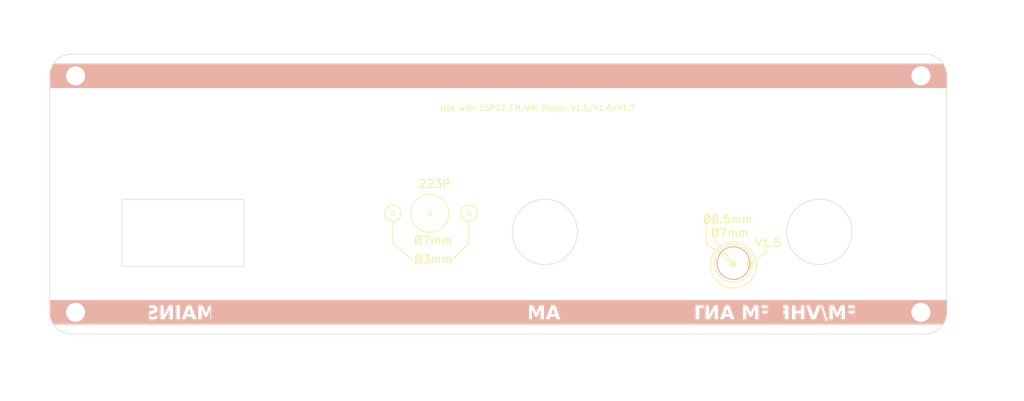
<source format=kicad_pcb>
(kicad_pcb (version 20240108) (generator "pcbnew") (generator_version "8.0")
  (layers (0 "F.Cu" signal) (31 "B.Cu" power) (34 "B.Paste" user) (35 "F.Paste" user) (36 "B.SilkS" user "B.Silkscreen") (37 "F.SilkS" user "F.Silkscreen") (38 "B.Mask" user) (39 "F.Mask" user) (44 "Edge.Cuts" user))
  (net 0 "")
  (footprint "MountingHole:MountingHole_3.5mm" (layer "F.Cu") (at 58.9 82.725)
    (property "Reference" "H1" (hide yes))
    (property "Value" "MountingHole")
    (pad "" np_thru_hole circle (at 0 0) (size 3.5 3.5) (drill 3.5) (layers "F&B.Cu" "*.Mask"))
  )
  (footprint "MountingHole:MountingHole_3.5mm" (layer "F.Cu") (at 214.4 82.725)
    (property "Reference" "H4" (hide yes))
    (property "Value" "MountingHole")
    (pad "" np_thru_hole circle (at 0 0) (size 3.5 3.5) (drill 3.5) (layers "F&B.Cu" "*.Mask"))
  )
  (footprint "MountingHole:MountingHole_3.5mm" (layer "F.Cu") (at 58.9 126.225)
    (property "Reference" "H2" (hide yes))
    (property "Value" "MountingHole")
    (pad "" np_thru_hole circle (at 0 0) (size 3.5 3.5) (drill 3.5) (layers "F&B.Cu" "*.Mask"))
  )
  (footprint "MountingHole:MountingHole_3.5mm" (layer "F.Cu") (at 214.4 126.225)
    (property "Reference" "H3" (hide yes))
    (property "Value" "MountingHole")
    (pad "" np_thru_hole circle (at 0 0) (size 3.5 3.5) (drill 3.5) (layers "F&B.Cu" "*.Mask"))
  )
  (gr_circle (center 179.9 117.175) (end 182.9 117.175) (stroke (width 0.2)) (fill none) (layer "B.SilkS"))
  (gr_circle (center 179.9 117.525) (end 184.15 117.525) (stroke (width 0.15)) (fill none) (layer "F.SilkS"))
  (gr_line (start 176.65 113.225) (end 176.65 112.725) (stroke (width 0.15)) (layer "F.SilkS"))
  (gr_line (start 185.95 115.125) (end 185.95 114.625) (stroke (width 0.15)) (layer "F.SilkS"))
  (gr_circle (center 179.9 117.175) (end 180.3 117.175) (stroke (width 0.15)) (fill none) (layer "F.SilkS"))
  (gr_line (start 174.9 113.475) (end 174.9 110.225) (stroke (width 0.15)) (layer "F.SilkS"))
  (gr_circle (center 182.76124 117.525) (end 183.16124 117.525) (stroke (width 0.15)) (fill none) (layer "F.SilkS"))
  (gr_circle (center 124.061 108.025) (end 127.561 108.025) (stroke (width 0.15)) (fill none) (layer "F.SilkS"))
  (gr_line (start 131.261 113.525) (end 128.1 116.625) (stroke (width 0.15)) (layer "F.SilkS"))
  (gr_circle (center 131.261 108.025) (end 131.661 108.025) (stroke (width 0.15)) (fill none) (layer "F.SilkS"))
  (gr_circle (center 124.061 108.025) (end 124.461 108.025) (stroke (width 0.15)) (fill none) (layer "F.SilkS"))
  (gr_line (start 117.25 113.425) (end 120.9 116.625) (stroke (width 0.15)) (layer "F.SilkS"))
  (gr_line (start 185.95 115.125) (end 182.76124 117.525) (stroke (width 0.15)) (layer "F.SilkS"))
  (gr_circle (center 117.261 108.025) (end 118.761 108.025) (stroke (width 0.15)) (fill none) (layer "F.SilkS"))
  (gr_line (start 179.9 117.175) (end 176.65 113.225) (stroke (width 0.15)) (layer "F.SilkS"))
  (gr_circle (center 117.261 108.025) (end 117.661 108.025) (stroke (width 0.15)) (fill none) (layer "F.SilkS"))
  (gr_line (start 117.25 109.525) (end 117.25 113.425) (stroke (width 0.15)) (layer "F.SilkS"))
  (gr_line (start 131.261 109.525) (end 131.261 113.525) (stroke (width 0.15)) (layer "F.SilkS"))
  (gr_circle (center 131.261 108.025) (end 132.761 108.025) (stroke (width 0.15)) (fill none) (layer "F.SilkS"))
  (gr_circle (center 179.9 117.175) (end 183.4 117.175) (stroke (width 0.15)) (fill none) (layer "F.SilkS"))
  (gr_line (start 179.9 117.525) (end 174.9 113.475) (stroke (width 0.15)) (layer "F.SilkS"))
  (gr_circle (center 182.76124 117.175) (end 183.16124 117.175) (stroke (width 0.15)) (fill none) (layer "F.SilkS"))
  (gr_circle (center 179.9 117.525) (end 180.3 117.525) (stroke (width 0.15)) (fill none) (layer "F.SilkS"))
  (gr_line (start 54.15 126.225) (end 54.15 82.725) (stroke (width 0.1)) (layer "Edge.Cuts"))
  (gr_line (start 219.15 82.725) (end 219.15 126.225) (stroke (width 0.1)) (layer "Edge.Cuts"))
  (gr_arc (start 215.15 78.725) (mid 217.978427 79.896573) (end 219.15 82.725) (stroke (width 0.1)) (layer "Edge.Cuts"))
  (gr_rect (start 67.45 105.425) (end 89.85 117.825) (stroke (width 0.1)) (fill none) (layer "Edge.Cuts"))
  (gr_arc (start 54.15 82.725) (mid 55.321573 79.896573) (end 58.15 78.725) (stroke (width 0.1)) (layer "Edge.Cuts"))
  (gr_line (start 215.15 130.225) (end 58.15 130.225) (stroke (width 0.1)) (layer "Edge.Cuts"))
  (gr_circle (center 195.711 111.425) (end 201.711 111.425) (stroke (width 0.1)) (fill none) (layer "Edge.Cuts"))
  (gr_line (start 58.15 78.725) (end 215.15 78.725) (stroke (width 0.1)) (layer "Edge.Cuts"))
  (gr_arc (start 58.15 130.225) (mid 55.321573 129.053427) (end 54.15 126.225) (stroke (width 0.1)) (layer "Edge.Cuts"))
  (gr_arc (start 219.15 126.225) (mid 217.978427 129.053427) (end 215.15 130.225) (stroke (width 0.1)) (layer "Edge.Cuts"))
  (gr_circle (center 145.211 111.425) (end 151.211 111.425) (stroke (width 0.1)) (fill none) (layer "Edge.Cuts"))
  (gr_text "MAINS" (at 78.15 126.475 0) (layer "B.SilkS" knockout) (effects (font (size 2.5 2.5) (thickness 0.5) (bold yes)) (justify mirror)))
  (gr_text " AM " (at 145 126.475 0) (layer "B.SilkS" knockout) (effects (font (size 2.5 2.5) (thickness 0.5) (bold yes)) (justify mirror)))
  (gr_text " FM/VHF" (at 196.15 126.475 0) (layer "B.SilkS" knockout) (effects (font (size 2.5 2.5) (thickness 0.5) (bold yes)) (justify mirror)))
  (gr_text "FM ANT" (at 179.65 126.475 0) (layer "B.SilkS" knockout) (effects (font (size 2.5 2.5) (thickness 0.5) (bold yes)) (justify mirror)))
  (gr_text "Ø7mm" (at 175.65 112.475 0) (layer "F.SilkS") (effects (font (size 1.5 1.5) (thickness 0.2)) (justify left bottom)))
  (gr_text "V1.5" (at 183.75 114.325 0) (layer "F.SilkS") (effects (font (size 1.5 1.5) (thickness 0.2)) (justify left bottom)))
  (gr_text "Ø7mm" (at 121 113.875 0) (layer "F.SilkS") (effects (font (size 1.5 1.5) (thickness 0.2)) (justify left bottom)))
  (gr_text "JLCJLCJLCJLC" (at 183.9 83.475 0) (layer "F.SilkS") (effects (font (size 1 1)) (justify left bottom)))
  (gr_text "223P" (at 121.9 103.475 0) (layer "F.SilkS") (effects (font (size 1.5 1.5) (thickness 0.2)) (justify left bottom)))
  (gr_text "Use with ESP32 FM/AM Player V1.5/V1.6/V1.7" (at 125.9 89.225 0) (layer "F.SilkS") (effects (font (size 1 1)) (justify left bottom)))
  (gr_text "Ø8.5mm" (at 174.15 109.975 0) (layer "F.SilkS") (effects (font (size 1.5 1.5) (thickness 0.2)) (justify left bottom)))
  (gr_text "Ø3mm" (at 121.05 117.325 0) (layer "F.SilkS") (effects (font (size 1.5 1.5) (thickness 0.2)) (justify left bottom)))
  (zone (net 0) (net_name "") (layer "B.SilkS") (connect_pads (clearance 0.2)) (min_thickness 0.25) (fill yes (thermal_gap 0.5) (thermal_bridge_width 0.5))
    (polygon (pts (xy 51.9 123.975) (xy 221.4 123.975) (xy 221.4 128.475) (xy 51.9 128.475)))
  )
  (zone (net 0) (net_name "") (layer "B.SilkS") (connect_pads (clearance 0.2)) (min_thickness 0.25) (fill yes (thermal_gap 0.5) (thermal_bridge_width 0.5))
    (polygon (pts (xy 52.1 80.475) (xy 221.2 80.475) (xy 221.2 84.975) (xy 52.1 84.975)))
  )
)
</source>
